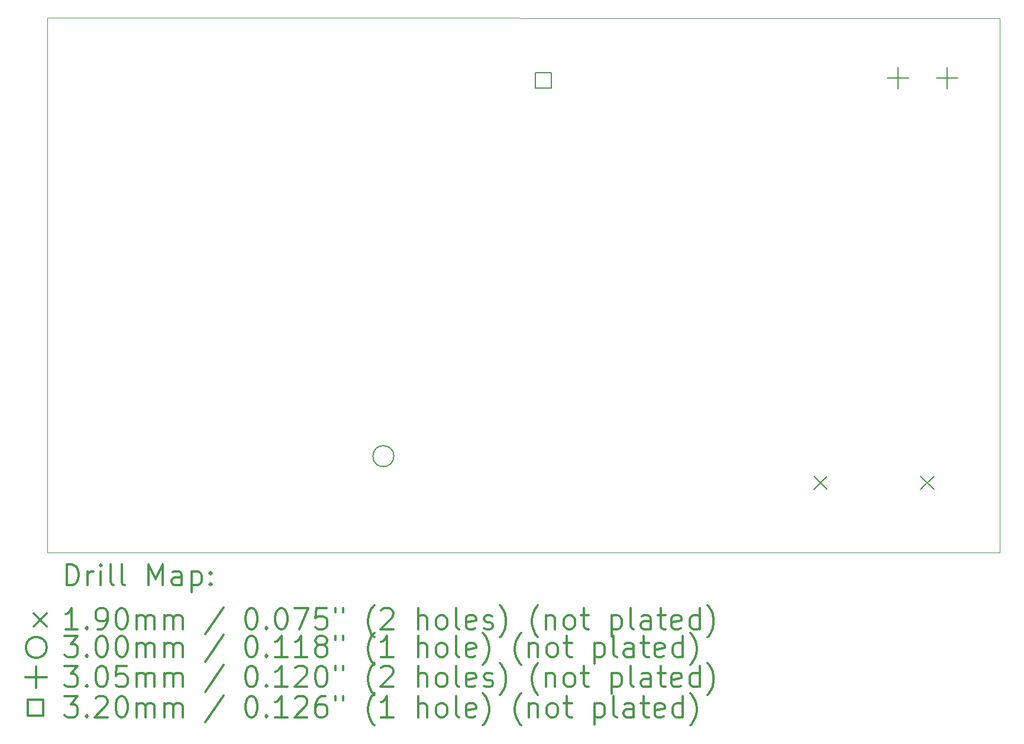
<source format=gbr>
%FSLAX45Y45*%
G04 Gerber Fmt 4.5, Leading zero omitted, Abs format (unit mm)*
G04 Created by KiCad (PCBNEW (5.1.2)-1) date 2021-03-19 08:48:15*
%MOMM*%
%LPD*%
G04 APERTURE LIST*
%ADD10C,0.100000*%
%ADD11C,0.200000*%
%ADD12C,0.300000*%
G04 APERTURE END LIST*
D10*
X20328740Y-4305260D02*
X6697740Y-4297260D01*
X20328740Y-11955260D02*
X20328740Y-4305260D01*
X6697740Y-11955260D02*
X20328740Y-11955260D01*
X6697740Y-4297260D02*
X6697740Y-11955260D01*
D11*
X17670300Y-10864600D02*
X17860300Y-11054600D01*
X17860300Y-10864600D02*
X17670300Y-11054600D01*
X19198300Y-10864600D02*
X19388300Y-11054600D01*
X19388300Y-10864600D02*
X19198300Y-11054600D01*
X11660740Y-10575760D02*
G75*
G03X11660740Y-10575760I-150000J0D01*
G01*
X18877800Y-5002500D02*
X18877800Y-5307500D01*
X18725300Y-5155000D02*
X19030300Y-5155000D01*
X19577800Y-5002500D02*
X19577800Y-5307500D01*
X19425300Y-5155000D02*
X19730300Y-5155000D01*
X13913678Y-5305798D02*
X13913678Y-5079522D01*
X13687402Y-5079522D01*
X13687402Y-5305798D01*
X13913678Y-5305798D01*
D12*
X6979168Y-12425974D02*
X6979168Y-12125974D01*
X7050597Y-12125974D01*
X7093454Y-12140260D01*
X7122026Y-12168831D01*
X7136311Y-12197403D01*
X7150597Y-12254546D01*
X7150597Y-12297403D01*
X7136311Y-12354546D01*
X7122026Y-12383117D01*
X7093454Y-12411689D01*
X7050597Y-12425974D01*
X6979168Y-12425974D01*
X7279168Y-12425974D02*
X7279168Y-12225974D01*
X7279168Y-12283117D02*
X7293454Y-12254546D01*
X7307740Y-12240260D01*
X7336311Y-12225974D01*
X7364883Y-12225974D01*
X7464883Y-12425974D02*
X7464883Y-12225974D01*
X7464883Y-12125974D02*
X7450597Y-12140260D01*
X7464883Y-12154546D01*
X7479168Y-12140260D01*
X7464883Y-12125974D01*
X7464883Y-12154546D01*
X7650597Y-12425974D02*
X7622026Y-12411689D01*
X7607740Y-12383117D01*
X7607740Y-12125974D01*
X7807740Y-12425974D02*
X7779168Y-12411689D01*
X7764883Y-12383117D01*
X7764883Y-12125974D01*
X8150597Y-12425974D02*
X8150597Y-12125974D01*
X8250597Y-12340260D01*
X8350597Y-12125974D01*
X8350597Y-12425974D01*
X8622026Y-12425974D02*
X8622026Y-12268831D01*
X8607740Y-12240260D01*
X8579168Y-12225974D01*
X8522026Y-12225974D01*
X8493454Y-12240260D01*
X8622026Y-12411689D02*
X8593454Y-12425974D01*
X8522026Y-12425974D01*
X8493454Y-12411689D01*
X8479168Y-12383117D01*
X8479168Y-12354546D01*
X8493454Y-12325974D01*
X8522026Y-12311689D01*
X8593454Y-12311689D01*
X8622026Y-12297403D01*
X8764883Y-12225974D02*
X8764883Y-12525974D01*
X8764883Y-12240260D02*
X8793454Y-12225974D01*
X8850597Y-12225974D01*
X8879168Y-12240260D01*
X8893454Y-12254546D01*
X8907740Y-12283117D01*
X8907740Y-12368831D01*
X8893454Y-12397403D01*
X8879168Y-12411689D01*
X8850597Y-12425974D01*
X8793454Y-12425974D01*
X8764883Y-12411689D01*
X9036311Y-12397403D02*
X9050597Y-12411689D01*
X9036311Y-12425974D01*
X9022026Y-12411689D01*
X9036311Y-12397403D01*
X9036311Y-12425974D01*
X9036311Y-12240260D02*
X9050597Y-12254546D01*
X9036311Y-12268831D01*
X9022026Y-12254546D01*
X9036311Y-12240260D01*
X9036311Y-12268831D01*
X6502740Y-12825260D02*
X6692740Y-13015260D01*
X6692740Y-12825260D02*
X6502740Y-13015260D01*
X7136311Y-13055974D02*
X6964883Y-13055974D01*
X7050597Y-13055974D02*
X7050597Y-12755974D01*
X7022026Y-12798831D01*
X6993454Y-12827403D01*
X6964883Y-12841689D01*
X7264883Y-13027403D02*
X7279168Y-13041689D01*
X7264883Y-13055974D01*
X7250597Y-13041689D01*
X7264883Y-13027403D01*
X7264883Y-13055974D01*
X7422026Y-13055974D02*
X7479168Y-13055974D01*
X7507740Y-13041689D01*
X7522026Y-13027403D01*
X7550597Y-12984546D01*
X7564883Y-12927403D01*
X7564883Y-12813117D01*
X7550597Y-12784546D01*
X7536311Y-12770260D01*
X7507740Y-12755974D01*
X7450597Y-12755974D01*
X7422026Y-12770260D01*
X7407740Y-12784546D01*
X7393454Y-12813117D01*
X7393454Y-12884546D01*
X7407740Y-12913117D01*
X7422026Y-12927403D01*
X7450597Y-12941689D01*
X7507740Y-12941689D01*
X7536311Y-12927403D01*
X7550597Y-12913117D01*
X7564883Y-12884546D01*
X7750597Y-12755974D02*
X7779168Y-12755974D01*
X7807740Y-12770260D01*
X7822026Y-12784546D01*
X7836311Y-12813117D01*
X7850597Y-12870260D01*
X7850597Y-12941689D01*
X7836311Y-12998831D01*
X7822026Y-13027403D01*
X7807740Y-13041689D01*
X7779168Y-13055974D01*
X7750597Y-13055974D01*
X7722026Y-13041689D01*
X7707740Y-13027403D01*
X7693454Y-12998831D01*
X7679168Y-12941689D01*
X7679168Y-12870260D01*
X7693454Y-12813117D01*
X7707740Y-12784546D01*
X7722026Y-12770260D01*
X7750597Y-12755974D01*
X7979168Y-13055974D02*
X7979168Y-12855974D01*
X7979168Y-12884546D02*
X7993454Y-12870260D01*
X8022026Y-12855974D01*
X8064883Y-12855974D01*
X8093454Y-12870260D01*
X8107740Y-12898831D01*
X8107740Y-13055974D01*
X8107740Y-12898831D02*
X8122026Y-12870260D01*
X8150597Y-12855974D01*
X8193454Y-12855974D01*
X8222026Y-12870260D01*
X8236311Y-12898831D01*
X8236311Y-13055974D01*
X8379168Y-13055974D02*
X8379168Y-12855974D01*
X8379168Y-12884546D02*
X8393454Y-12870260D01*
X8422026Y-12855974D01*
X8464883Y-12855974D01*
X8493454Y-12870260D01*
X8507740Y-12898831D01*
X8507740Y-13055974D01*
X8507740Y-12898831D02*
X8522026Y-12870260D01*
X8550597Y-12855974D01*
X8593454Y-12855974D01*
X8622026Y-12870260D01*
X8636311Y-12898831D01*
X8636311Y-13055974D01*
X9222026Y-12741689D02*
X8964883Y-13127403D01*
X9607740Y-12755974D02*
X9636311Y-12755974D01*
X9664883Y-12770260D01*
X9679168Y-12784546D01*
X9693454Y-12813117D01*
X9707740Y-12870260D01*
X9707740Y-12941689D01*
X9693454Y-12998831D01*
X9679168Y-13027403D01*
X9664883Y-13041689D01*
X9636311Y-13055974D01*
X9607740Y-13055974D01*
X9579168Y-13041689D01*
X9564883Y-13027403D01*
X9550597Y-12998831D01*
X9536311Y-12941689D01*
X9536311Y-12870260D01*
X9550597Y-12813117D01*
X9564883Y-12784546D01*
X9579168Y-12770260D01*
X9607740Y-12755974D01*
X9836311Y-13027403D02*
X9850597Y-13041689D01*
X9836311Y-13055974D01*
X9822026Y-13041689D01*
X9836311Y-13027403D01*
X9836311Y-13055974D01*
X10036311Y-12755974D02*
X10064883Y-12755974D01*
X10093454Y-12770260D01*
X10107740Y-12784546D01*
X10122026Y-12813117D01*
X10136311Y-12870260D01*
X10136311Y-12941689D01*
X10122026Y-12998831D01*
X10107740Y-13027403D01*
X10093454Y-13041689D01*
X10064883Y-13055974D01*
X10036311Y-13055974D01*
X10007740Y-13041689D01*
X9993454Y-13027403D01*
X9979168Y-12998831D01*
X9964883Y-12941689D01*
X9964883Y-12870260D01*
X9979168Y-12813117D01*
X9993454Y-12784546D01*
X10007740Y-12770260D01*
X10036311Y-12755974D01*
X10236311Y-12755974D02*
X10436311Y-12755974D01*
X10307740Y-13055974D01*
X10693454Y-12755974D02*
X10550597Y-12755974D01*
X10536311Y-12898831D01*
X10550597Y-12884546D01*
X10579168Y-12870260D01*
X10650597Y-12870260D01*
X10679168Y-12884546D01*
X10693454Y-12898831D01*
X10707740Y-12927403D01*
X10707740Y-12998831D01*
X10693454Y-13027403D01*
X10679168Y-13041689D01*
X10650597Y-13055974D01*
X10579168Y-13055974D01*
X10550597Y-13041689D01*
X10536311Y-13027403D01*
X10822026Y-12755974D02*
X10822026Y-12813117D01*
X10936311Y-12755974D02*
X10936311Y-12813117D01*
X11379168Y-13170260D02*
X11364883Y-13155974D01*
X11336311Y-13113117D01*
X11322026Y-13084546D01*
X11307740Y-13041689D01*
X11293454Y-12970260D01*
X11293454Y-12913117D01*
X11307740Y-12841689D01*
X11322026Y-12798831D01*
X11336311Y-12770260D01*
X11364883Y-12727403D01*
X11379168Y-12713117D01*
X11479168Y-12784546D02*
X11493454Y-12770260D01*
X11522026Y-12755974D01*
X11593454Y-12755974D01*
X11622026Y-12770260D01*
X11636311Y-12784546D01*
X11650597Y-12813117D01*
X11650597Y-12841689D01*
X11636311Y-12884546D01*
X11464883Y-13055974D01*
X11650597Y-13055974D01*
X12007740Y-13055974D02*
X12007740Y-12755974D01*
X12136311Y-13055974D02*
X12136311Y-12898831D01*
X12122026Y-12870260D01*
X12093454Y-12855974D01*
X12050597Y-12855974D01*
X12022026Y-12870260D01*
X12007740Y-12884546D01*
X12322026Y-13055974D02*
X12293454Y-13041689D01*
X12279168Y-13027403D01*
X12264883Y-12998831D01*
X12264883Y-12913117D01*
X12279168Y-12884546D01*
X12293454Y-12870260D01*
X12322026Y-12855974D01*
X12364883Y-12855974D01*
X12393454Y-12870260D01*
X12407740Y-12884546D01*
X12422026Y-12913117D01*
X12422026Y-12998831D01*
X12407740Y-13027403D01*
X12393454Y-13041689D01*
X12364883Y-13055974D01*
X12322026Y-13055974D01*
X12593454Y-13055974D02*
X12564883Y-13041689D01*
X12550597Y-13013117D01*
X12550597Y-12755974D01*
X12822026Y-13041689D02*
X12793454Y-13055974D01*
X12736311Y-13055974D01*
X12707740Y-13041689D01*
X12693454Y-13013117D01*
X12693454Y-12898831D01*
X12707740Y-12870260D01*
X12736311Y-12855974D01*
X12793454Y-12855974D01*
X12822026Y-12870260D01*
X12836311Y-12898831D01*
X12836311Y-12927403D01*
X12693454Y-12955974D01*
X12950597Y-13041689D02*
X12979168Y-13055974D01*
X13036311Y-13055974D01*
X13064883Y-13041689D01*
X13079168Y-13013117D01*
X13079168Y-12998831D01*
X13064883Y-12970260D01*
X13036311Y-12955974D01*
X12993454Y-12955974D01*
X12964883Y-12941689D01*
X12950597Y-12913117D01*
X12950597Y-12898831D01*
X12964883Y-12870260D01*
X12993454Y-12855974D01*
X13036311Y-12855974D01*
X13064883Y-12870260D01*
X13179168Y-13170260D02*
X13193454Y-13155974D01*
X13222026Y-13113117D01*
X13236311Y-13084546D01*
X13250597Y-13041689D01*
X13264883Y-12970260D01*
X13264883Y-12913117D01*
X13250597Y-12841689D01*
X13236311Y-12798831D01*
X13222026Y-12770260D01*
X13193454Y-12727403D01*
X13179168Y-12713117D01*
X13722026Y-13170260D02*
X13707740Y-13155974D01*
X13679168Y-13113117D01*
X13664883Y-13084546D01*
X13650597Y-13041689D01*
X13636311Y-12970260D01*
X13636311Y-12913117D01*
X13650597Y-12841689D01*
X13664883Y-12798831D01*
X13679168Y-12770260D01*
X13707740Y-12727403D01*
X13722026Y-12713117D01*
X13836311Y-12855974D02*
X13836311Y-13055974D01*
X13836311Y-12884546D02*
X13850597Y-12870260D01*
X13879168Y-12855974D01*
X13922026Y-12855974D01*
X13950597Y-12870260D01*
X13964883Y-12898831D01*
X13964883Y-13055974D01*
X14150597Y-13055974D02*
X14122026Y-13041689D01*
X14107740Y-13027403D01*
X14093454Y-12998831D01*
X14093454Y-12913117D01*
X14107740Y-12884546D01*
X14122026Y-12870260D01*
X14150597Y-12855974D01*
X14193454Y-12855974D01*
X14222026Y-12870260D01*
X14236311Y-12884546D01*
X14250597Y-12913117D01*
X14250597Y-12998831D01*
X14236311Y-13027403D01*
X14222026Y-13041689D01*
X14193454Y-13055974D01*
X14150597Y-13055974D01*
X14336311Y-12855974D02*
X14450597Y-12855974D01*
X14379168Y-12755974D02*
X14379168Y-13013117D01*
X14393454Y-13041689D01*
X14422026Y-13055974D01*
X14450597Y-13055974D01*
X14779168Y-12855974D02*
X14779168Y-13155974D01*
X14779168Y-12870260D02*
X14807740Y-12855974D01*
X14864883Y-12855974D01*
X14893454Y-12870260D01*
X14907740Y-12884546D01*
X14922026Y-12913117D01*
X14922026Y-12998831D01*
X14907740Y-13027403D01*
X14893454Y-13041689D01*
X14864883Y-13055974D01*
X14807740Y-13055974D01*
X14779168Y-13041689D01*
X15093454Y-13055974D02*
X15064883Y-13041689D01*
X15050597Y-13013117D01*
X15050597Y-12755974D01*
X15336311Y-13055974D02*
X15336311Y-12898831D01*
X15322026Y-12870260D01*
X15293454Y-12855974D01*
X15236311Y-12855974D01*
X15207740Y-12870260D01*
X15336311Y-13041689D02*
X15307740Y-13055974D01*
X15236311Y-13055974D01*
X15207740Y-13041689D01*
X15193454Y-13013117D01*
X15193454Y-12984546D01*
X15207740Y-12955974D01*
X15236311Y-12941689D01*
X15307740Y-12941689D01*
X15336311Y-12927403D01*
X15436311Y-12855974D02*
X15550597Y-12855974D01*
X15479168Y-12755974D02*
X15479168Y-13013117D01*
X15493454Y-13041689D01*
X15522026Y-13055974D01*
X15550597Y-13055974D01*
X15764883Y-13041689D02*
X15736311Y-13055974D01*
X15679168Y-13055974D01*
X15650597Y-13041689D01*
X15636311Y-13013117D01*
X15636311Y-12898831D01*
X15650597Y-12870260D01*
X15679168Y-12855974D01*
X15736311Y-12855974D01*
X15764883Y-12870260D01*
X15779168Y-12898831D01*
X15779168Y-12927403D01*
X15636311Y-12955974D01*
X16036311Y-13055974D02*
X16036311Y-12755974D01*
X16036311Y-13041689D02*
X16007740Y-13055974D01*
X15950597Y-13055974D01*
X15922026Y-13041689D01*
X15907740Y-13027403D01*
X15893454Y-12998831D01*
X15893454Y-12913117D01*
X15907740Y-12884546D01*
X15922026Y-12870260D01*
X15950597Y-12855974D01*
X16007740Y-12855974D01*
X16036311Y-12870260D01*
X16150597Y-13170260D02*
X16164883Y-13155974D01*
X16193454Y-13113117D01*
X16207740Y-13084546D01*
X16222026Y-13041689D01*
X16236311Y-12970260D01*
X16236311Y-12913117D01*
X16222026Y-12841689D01*
X16207740Y-12798831D01*
X16193454Y-12770260D01*
X16164883Y-12727403D01*
X16150597Y-12713117D01*
X6692740Y-13316260D02*
G75*
G03X6692740Y-13316260I-150000J0D01*
G01*
X6950597Y-13151974D02*
X7136311Y-13151974D01*
X7036311Y-13266260D01*
X7079168Y-13266260D01*
X7107740Y-13280546D01*
X7122026Y-13294831D01*
X7136311Y-13323403D01*
X7136311Y-13394831D01*
X7122026Y-13423403D01*
X7107740Y-13437689D01*
X7079168Y-13451974D01*
X6993454Y-13451974D01*
X6964883Y-13437689D01*
X6950597Y-13423403D01*
X7264883Y-13423403D02*
X7279168Y-13437689D01*
X7264883Y-13451974D01*
X7250597Y-13437689D01*
X7264883Y-13423403D01*
X7264883Y-13451974D01*
X7464883Y-13151974D02*
X7493454Y-13151974D01*
X7522026Y-13166260D01*
X7536311Y-13180546D01*
X7550597Y-13209117D01*
X7564883Y-13266260D01*
X7564883Y-13337689D01*
X7550597Y-13394831D01*
X7536311Y-13423403D01*
X7522026Y-13437689D01*
X7493454Y-13451974D01*
X7464883Y-13451974D01*
X7436311Y-13437689D01*
X7422026Y-13423403D01*
X7407740Y-13394831D01*
X7393454Y-13337689D01*
X7393454Y-13266260D01*
X7407740Y-13209117D01*
X7422026Y-13180546D01*
X7436311Y-13166260D01*
X7464883Y-13151974D01*
X7750597Y-13151974D02*
X7779168Y-13151974D01*
X7807740Y-13166260D01*
X7822026Y-13180546D01*
X7836311Y-13209117D01*
X7850597Y-13266260D01*
X7850597Y-13337689D01*
X7836311Y-13394831D01*
X7822026Y-13423403D01*
X7807740Y-13437689D01*
X7779168Y-13451974D01*
X7750597Y-13451974D01*
X7722026Y-13437689D01*
X7707740Y-13423403D01*
X7693454Y-13394831D01*
X7679168Y-13337689D01*
X7679168Y-13266260D01*
X7693454Y-13209117D01*
X7707740Y-13180546D01*
X7722026Y-13166260D01*
X7750597Y-13151974D01*
X7979168Y-13451974D02*
X7979168Y-13251974D01*
X7979168Y-13280546D02*
X7993454Y-13266260D01*
X8022026Y-13251974D01*
X8064883Y-13251974D01*
X8093454Y-13266260D01*
X8107740Y-13294831D01*
X8107740Y-13451974D01*
X8107740Y-13294831D02*
X8122026Y-13266260D01*
X8150597Y-13251974D01*
X8193454Y-13251974D01*
X8222026Y-13266260D01*
X8236311Y-13294831D01*
X8236311Y-13451974D01*
X8379168Y-13451974D02*
X8379168Y-13251974D01*
X8379168Y-13280546D02*
X8393454Y-13266260D01*
X8422026Y-13251974D01*
X8464883Y-13251974D01*
X8493454Y-13266260D01*
X8507740Y-13294831D01*
X8507740Y-13451974D01*
X8507740Y-13294831D02*
X8522026Y-13266260D01*
X8550597Y-13251974D01*
X8593454Y-13251974D01*
X8622026Y-13266260D01*
X8636311Y-13294831D01*
X8636311Y-13451974D01*
X9222026Y-13137689D02*
X8964883Y-13523403D01*
X9607740Y-13151974D02*
X9636311Y-13151974D01*
X9664883Y-13166260D01*
X9679168Y-13180546D01*
X9693454Y-13209117D01*
X9707740Y-13266260D01*
X9707740Y-13337689D01*
X9693454Y-13394831D01*
X9679168Y-13423403D01*
X9664883Y-13437689D01*
X9636311Y-13451974D01*
X9607740Y-13451974D01*
X9579168Y-13437689D01*
X9564883Y-13423403D01*
X9550597Y-13394831D01*
X9536311Y-13337689D01*
X9536311Y-13266260D01*
X9550597Y-13209117D01*
X9564883Y-13180546D01*
X9579168Y-13166260D01*
X9607740Y-13151974D01*
X9836311Y-13423403D02*
X9850597Y-13437689D01*
X9836311Y-13451974D01*
X9822026Y-13437689D01*
X9836311Y-13423403D01*
X9836311Y-13451974D01*
X10136311Y-13451974D02*
X9964883Y-13451974D01*
X10050597Y-13451974D02*
X10050597Y-13151974D01*
X10022026Y-13194831D01*
X9993454Y-13223403D01*
X9964883Y-13237689D01*
X10422026Y-13451974D02*
X10250597Y-13451974D01*
X10336311Y-13451974D02*
X10336311Y-13151974D01*
X10307740Y-13194831D01*
X10279168Y-13223403D01*
X10250597Y-13237689D01*
X10593454Y-13280546D02*
X10564883Y-13266260D01*
X10550597Y-13251974D01*
X10536311Y-13223403D01*
X10536311Y-13209117D01*
X10550597Y-13180546D01*
X10564883Y-13166260D01*
X10593454Y-13151974D01*
X10650597Y-13151974D01*
X10679168Y-13166260D01*
X10693454Y-13180546D01*
X10707740Y-13209117D01*
X10707740Y-13223403D01*
X10693454Y-13251974D01*
X10679168Y-13266260D01*
X10650597Y-13280546D01*
X10593454Y-13280546D01*
X10564883Y-13294831D01*
X10550597Y-13309117D01*
X10536311Y-13337689D01*
X10536311Y-13394831D01*
X10550597Y-13423403D01*
X10564883Y-13437689D01*
X10593454Y-13451974D01*
X10650597Y-13451974D01*
X10679168Y-13437689D01*
X10693454Y-13423403D01*
X10707740Y-13394831D01*
X10707740Y-13337689D01*
X10693454Y-13309117D01*
X10679168Y-13294831D01*
X10650597Y-13280546D01*
X10822026Y-13151974D02*
X10822026Y-13209117D01*
X10936311Y-13151974D02*
X10936311Y-13209117D01*
X11379168Y-13566260D02*
X11364883Y-13551974D01*
X11336311Y-13509117D01*
X11322026Y-13480546D01*
X11307740Y-13437689D01*
X11293454Y-13366260D01*
X11293454Y-13309117D01*
X11307740Y-13237689D01*
X11322026Y-13194831D01*
X11336311Y-13166260D01*
X11364883Y-13123403D01*
X11379168Y-13109117D01*
X11650597Y-13451974D02*
X11479168Y-13451974D01*
X11564883Y-13451974D02*
X11564883Y-13151974D01*
X11536311Y-13194831D01*
X11507740Y-13223403D01*
X11479168Y-13237689D01*
X12007740Y-13451974D02*
X12007740Y-13151974D01*
X12136311Y-13451974D02*
X12136311Y-13294831D01*
X12122026Y-13266260D01*
X12093454Y-13251974D01*
X12050597Y-13251974D01*
X12022026Y-13266260D01*
X12007740Y-13280546D01*
X12322026Y-13451974D02*
X12293454Y-13437689D01*
X12279168Y-13423403D01*
X12264883Y-13394831D01*
X12264883Y-13309117D01*
X12279168Y-13280546D01*
X12293454Y-13266260D01*
X12322026Y-13251974D01*
X12364883Y-13251974D01*
X12393454Y-13266260D01*
X12407740Y-13280546D01*
X12422026Y-13309117D01*
X12422026Y-13394831D01*
X12407740Y-13423403D01*
X12393454Y-13437689D01*
X12364883Y-13451974D01*
X12322026Y-13451974D01*
X12593454Y-13451974D02*
X12564883Y-13437689D01*
X12550597Y-13409117D01*
X12550597Y-13151974D01*
X12822026Y-13437689D02*
X12793454Y-13451974D01*
X12736311Y-13451974D01*
X12707740Y-13437689D01*
X12693454Y-13409117D01*
X12693454Y-13294831D01*
X12707740Y-13266260D01*
X12736311Y-13251974D01*
X12793454Y-13251974D01*
X12822026Y-13266260D01*
X12836311Y-13294831D01*
X12836311Y-13323403D01*
X12693454Y-13351974D01*
X12936311Y-13566260D02*
X12950597Y-13551974D01*
X12979168Y-13509117D01*
X12993454Y-13480546D01*
X13007740Y-13437689D01*
X13022026Y-13366260D01*
X13022026Y-13309117D01*
X13007740Y-13237689D01*
X12993454Y-13194831D01*
X12979168Y-13166260D01*
X12950597Y-13123403D01*
X12936311Y-13109117D01*
X13479168Y-13566260D02*
X13464883Y-13551974D01*
X13436311Y-13509117D01*
X13422026Y-13480546D01*
X13407740Y-13437689D01*
X13393454Y-13366260D01*
X13393454Y-13309117D01*
X13407740Y-13237689D01*
X13422026Y-13194831D01*
X13436311Y-13166260D01*
X13464883Y-13123403D01*
X13479168Y-13109117D01*
X13593454Y-13251974D02*
X13593454Y-13451974D01*
X13593454Y-13280546D02*
X13607740Y-13266260D01*
X13636311Y-13251974D01*
X13679168Y-13251974D01*
X13707740Y-13266260D01*
X13722026Y-13294831D01*
X13722026Y-13451974D01*
X13907740Y-13451974D02*
X13879168Y-13437689D01*
X13864883Y-13423403D01*
X13850597Y-13394831D01*
X13850597Y-13309117D01*
X13864883Y-13280546D01*
X13879168Y-13266260D01*
X13907740Y-13251974D01*
X13950597Y-13251974D01*
X13979168Y-13266260D01*
X13993454Y-13280546D01*
X14007740Y-13309117D01*
X14007740Y-13394831D01*
X13993454Y-13423403D01*
X13979168Y-13437689D01*
X13950597Y-13451974D01*
X13907740Y-13451974D01*
X14093454Y-13251974D02*
X14207740Y-13251974D01*
X14136311Y-13151974D02*
X14136311Y-13409117D01*
X14150597Y-13437689D01*
X14179168Y-13451974D01*
X14207740Y-13451974D01*
X14536311Y-13251974D02*
X14536311Y-13551974D01*
X14536311Y-13266260D02*
X14564883Y-13251974D01*
X14622026Y-13251974D01*
X14650597Y-13266260D01*
X14664883Y-13280546D01*
X14679168Y-13309117D01*
X14679168Y-13394831D01*
X14664883Y-13423403D01*
X14650597Y-13437689D01*
X14622026Y-13451974D01*
X14564883Y-13451974D01*
X14536311Y-13437689D01*
X14850597Y-13451974D02*
X14822026Y-13437689D01*
X14807740Y-13409117D01*
X14807740Y-13151974D01*
X15093454Y-13451974D02*
X15093454Y-13294831D01*
X15079168Y-13266260D01*
X15050597Y-13251974D01*
X14993454Y-13251974D01*
X14964883Y-13266260D01*
X15093454Y-13437689D02*
X15064883Y-13451974D01*
X14993454Y-13451974D01*
X14964883Y-13437689D01*
X14950597Y-13409117D01*
X14950597Y-13380546D01*
X14964883Y-13351974D01*
X14993454Y-13337689D01*
X15064883Y-13337689D01*
X15093454Y-13323403D01*
X15193454Y-13251974D02*
X15307740Y-13251974D01*
X15236311Y-13151974D02*
X15236311Y-13409117D01*
X15250597Y-13437689D01*
X15279168Y-13451974D01*
X15307740Y-13451974D01*
X15522026Y-13437689D02*
X15493454Y-13451974D01*
X15436311Y-13451974D01*
X15407740Y-13437689D01*
X15393454Y-13409117D01*
X15393454Y-13294831D01*
X15407740Y-13266260D01*
X15436311Y-13251974D01*
X15493454Y-13251974D01*
X15522026Y-13266260D01*
X15536311Y-13294831D01*
X15536311Y-13323403D01*
X15393454Y-13351974D01*
X15793454Y-13451974D02*
X15793454Y-13151974D01*
X15793454Y-13437689D02*
X15764883Y-13451974D01*
X15707740Y-13451974D01*
X15679168Y-13437689D01*
X15664883Y-13423403D01*
X15650597Y-13394831D01*
X15650597Y-13309117D01*
X15664883Y-13280546D01*
X15679168Y-13266260D01*
X15707740Y-13251974D01*
X15764883Y-13251974D01*
X15793454Y-13266260D01*
X15907740Y-13566260D02*
X15922026Y-13551974D01*
X15950597Y-13509117D01*
X15964883Y-13480546D01*
X15979168Y-13437689D01*
X15993454Y-13366260D01*
X15993454Y-13309117D01*
X15979168Y-13237689D01*
X15964883Y-13194831D01*
X15950597Y-13166260D01*
X15922026Y-13123403D01*
X15907740Y-13109117D01*
X6540240Y-13593760D02*
X6540240Y-13898760D01*
X6387740Y-13746260D02*
X6692740Y-13746260D01*
X6950597Y-13581974D02*
X7136311Y-13581974D01*
X7036311Y-13696260D01*
X7079168Y-13696260D01*
X7107740Y-13710546D01*
X7122026Y-13724831D01*
X7136311Y-13753403D01*
X7136311Y-13824831D01*
X7122026Y-13853403D01*
X7107740Y-13867689D01*
X7079168Y-13881974D01*
X6993454Y-13881974D01*
X6964883Y-13867689D01*
X6950597Y-13853403D01*
X7264883Y-13853403D02*
X7279168Y-13867689D01*
X7264883Y-13881974D01*
X7250597Y-13867689D01*
X7264883Y-13853403D01*
X7264883Y-13881974D01*
X7464883Y-13581974D02*
X7493454Y-13581974D01*
X7522026Y-13596260D01*
X7536311Y-13610546D01*
X7550597Y-13639117D01*
X7564883Y-13696260D01*
X7564883Y-13767689D01*
X7550597Y-13824831D01*
X7536311Y-13853403D01*
X7522026Y-13867689D01*
X7493454Y-13881974D01*
X7464883Y-13881974D01*
X7436311Y-13867689D01*
X7422026Y-13853403D01*
X7407740Y-13824831D01*
X7393454Y-13767689D01*
X7393454Y-13696260D01*
X7407740Y-13639117D01*
X7422026Y-13610546D01*
X7436311Y-13596260D01*
X7464883Y-13581974D01*
X7836311Y-13581974D02*
X7693454Y-13581974D01*
X7679168Y-13724831D01*
X7693454Y-13710546D01*
X7722026Y-13696260D01*
X7793454Y-13696260D01*
X7822026Y-13710546D01*
X7836311Y-13724831D01*
X7850597Y-13753403D01*
X7850597Y-13824831D01*
X7836311Y-13853403D01*
X7822026Y-13867689D01*
X7793454Y-13881974D01*
X7722026Y-13881974D01*
X7693454Y-13867689D01*
X7679168Y-13853403D01*
X7979168Y-13881974D02*
X7979168Y-13681974D01*
X7979168Y-13710546D02*
X7993454Y-13696260D01*
X8022026Y-13681974D01*
X8064883Y-13681974D01*
X8093454Y-13696260D01*
X8107740Y-13724831D01*
X8107740Y-13881974D01*
X8107740Y-13724831D02*
X8122026Y-13696260D01*
X8150597Y-13681974D01*
X8193454Y-13681974D01*
X8222026Y-13696260D01*
X8236311Y-13724831D01*
X8236311Y-13881974D01*
X8379168Y-13881974D02*
X8379168Y-13681974D01*
X8379168Y-13710546D02*
X8393454Y-13696260D01*
X8422026Y-13681974D01*
X8464883Y-13681974D01*
X8493454Y-13696260D01*
X8507740Y-13724831D01*
X8507740Y-13881974D01*
X8507740Y-13724831D02*
X8522026Y-13696260D01*
X8550597Y-13681974D01*
X8593454Y-13681974D01*
X8622026Y-13696260D01*
X8636311Y-13724831D01*
X8636311Y-13881974D01*
X9222026Y-13567689D02*
X8964883Y-13953403D01*
X9607740Y-13581974D02*
X9636311Y-13581974D01*
X9664883Y-13596260D01*
X9679168Y-13610546D01*
X9693454Y-13639117D01*
X9707740Y-13696260D01*
X9707740Y-13767689D01*
X9693454Y-13824831D01*
X9679168Y-13853403D01*
X9664883Y-13867689D01*
X9636311Y-13881974D01*
X9607740Y-13881974D01*
X9579168Y-13867689D01*
X9564883Y-13853403D01*
X9550597Y-13824831D01*
X9536311Y-13767689D01*
X9536311Y-13696260D01*
X9550597Y-13639117D01*
X9564883Y-13610546D01*
X9579168Y-13596260D01*
X9607740Y-13581974D01*
X9836311Y-13853403D02*
X9850597Y-13867689D01*
X9836311Y-13881974D01*
X9822026Y-13867689D01*
X9836311Y-13853403D01*
X9836311Y-13881974D01*
X10136311Y-13881974D02*
X9964883Y-13881974D01*
X10050597Y-13881974D02*
X10050597Y-13581974D01*
X10022026Y-13624831D01*
X9993454Y-13653403D01*
X9964883Y-13667689D01*
X10250597Y-13610546D02*
X10264883Y-13596260D01*
X10293454Y-13581974D01*
X10364883Y-13581974D01*
X10393454Y-13596260D01*
X10407740Y-13610546D01*
X10422026Y-13639117D01*
X10422026Y-13667689D01*
X10407740Y-13710546D01*
X10236311Y-13881974D01*
X10422026Y-13881974D01*
X10607740Y-13581974D02*
X10636311Y-13581974D01*
X10664883Y-13596260D01*
X10679168Y-13610546D01*
X10693454Y-13639117D01*
X10707740Y-13696260D01*
X10707740Y-13767689D01*
X10693454Y-13824831D01*
X10679168Y-13853403D01*
X10664883Y-13867689D01*
X10636311Y-13881974D01*
X10607740Y-13881974D01*
X10579168Y-13867689D01*
X10564883Y-13853403D01*
X10550597Y-13824831D01*
X10536311Y-13767689D01*
X10536311Y-13696260D01*
X10550597Y-13639117D01*
X10564883Y-13610546D01*
X10579168Y-13596260D01*
X10607740Y-13581974D01*
X10822026Y-13581974D02*
X10822026Y-13639117D01*
X10936311Y-13581974D02*
X10936311Y-13639117D01*
X11379168Y-13996260D02*
X11364883Y-13981974D01*
X11336311Y-13939117D01*
X11322026Y-13910546D01*
X11307740Y-13867689D01*
X11293454Y-13796260D01*
X11293454Y-13739117D01*
X11307740Y-13667689D01*
X11322026Y-13624831D01*
X11336311Y-13596260D01*
X11364883Y-13553403D01*
X11379168Y-13539117D01*
X11479168Y-13610546D02*
X11493454Y-13596260D01*
X11522026Y-13581974D01*
X11593454Y-13581974D01*
X11622026Y-13596260D01*
X11636311Y-13610546D01*
X11650597Y-13639117D01*
X11650597Y-13667689D01*
X11636311Y-13710546D01*
X11464883Y-13881974D01*
X11650597Y-13881974D01*
X12007740Y-13881974D02*
X12007740Y-13581974D01*
X12136311Y-13881974D02*
X12136311Y-13724831D01*
X12122026Y-13696260D01*
X12093454Y-13681974D01*
X12050597Y-13681974D01*
X12022026Y-13696260D01*
X12007740Y-13710546D01*
X12322026Y-13881974D02*
X12293454Y-13867689D01*
X12279168Y-13853403D01*
X12264883Y-13824831D01*
X12264883Y-13739117D01*
X12279168Y-13710546D01*
X12293454Y-13696260D01*
X12322026Y-13681974D01*
X12364883Y-13681974D01*
X12393454Y-13696260D01*
X12407740Y-13710546D01*
X12422026Y-13739117D01*
X12422026Y-13824831D01*
X12407740Y-13853403D01*
X12393454Y-13867689D01*
X12364883Y-13881974D01*
X12322026Y-13881974D01*
X12593454Y-13881974D02*
X12564883Y-13867689D01*
X12550597Y-13839117D01*
X12550597Y-13581974D01*
X12822026Y-13867689D02*
X12793454Y-13881974D01*
X12736311Y-13881974D01*
X12707740Y-13867689D01*
X12693454Y-13839117D01*
X12693454Y-13724831D01*
X12707740Y-13696260D01*
X12736311Y-13681974D01*
X12793454Y-13681974D01*
X12822026Y-13696260D01*
X12836311Y-13724831D01*
X12836311Y-13753403D01*
X12693454Y-13781974D01*
X12950597Y-13867689D02*
X12979168Y-13881974D01*
X13036311Y-13881974D01*
X13064883Y-13867689D01*
X13079168Y-13839117D01*
X13079168Y-13824831D01*
X13064883Y-13796260D01*
X13036311Y-13781974D01*
X12993454Y-13781974D01*
X12964883Y-13767689D01*
X12950597Y-13739117D01*
X12950597Y-13724831D01*
X12964883Y-13696260D01*
X12993454Y-13681974D01*
X13036311Y-13681974D01*
X13064883Y-13696260D01*
X13179168Y-13996260D02*
X13193454Y-13981974D01*
X13222026Y-13939117D01*
X13236311Y-13910546D01*
X13250597Y-13867689D01*
X13264883Y-13796260D01*
X13264883Y-13739117D01*
X13250597Y-13667689D01*
X13236311Y-13624831D01*
X13222026Y-13596260D01*
X13193454Y-13553403D01*
X13179168Y-13539117D01*
X13722026Y-13996260D02*
X13707740Y-13981974D01*
X13679168Y-13939117D01*
X13664883Y-13910546D01*
X13650597Y-13867689D01*
X13636311Y-13796260D01*
X13636311Y-13739117D01*
X13650597Y-13667689D01*
X13664883Y-13624831D01*
X13679168Y-13596260D01*
X13707740Y-13553403D01*
X13722026Y-13539117D01*
X13836311Y-13681974D02*
X13836311Y-13881974D01*
X13836311Y-13710546D02*
X13850597Y-13696260D01*
X13879168Y-13681974D01*
X13922026Y-13681974D01*
X13950597Y-13696260D01*
X13964883Y-13724831D01*
X13964883Y-13881974D01*
X14150597Y-13881974D02*
X14122026Y-13867689D01*
X14107740Y-13853403D01*
X14093454Y-13824831D01*
X14093454Y-13739117D01*
X14107740Y-13710546D01*
X14122026Y-13696260D01*
X14150597Y-13681974D01*
X14193454Y-13681974D01*
X14222026Y-13696260D01*
X14236311Y-13710546D01*
X14250597Y-13739117D01*
X14250597Y-13824831D01*
X14236311Y-13853403D01*
X14222026Y-13867689D01*
X14193454Y-13881974D01*
X14150597Y-13881974D01*
X14336311Y-13681974D02*
X14450597Y-13681974D01*
X14379168Y-13581974D02*
X14379168Y-13839117D01*
X14393454Y-13867689D01*
X14422026Y-13881974D01*
X14450597Y-13881974D01*
X14779168Y-13681974D02*
X14779168Y-13981974D01*
X14779168Y-13696260D02*
X14807740Y-13681974D01*
X14864883Y-13681974D01*
X14893454Y-13696260D01*
X14907740Y-13710546D01*
X14922026Y-13739117D01*
X14922026Y-13824831D01*
X14907740Y-13853403D01*
X14893454Y-13867689D01*
X14864883Y-13881974D01*
X14807740Y-13881974D01*
X14779168Y-13867689D01*
X15093454Y-13881974D02*
X15064883Y-13867689D01*
X15050597Y-13839117D01*
X15050597Y-13581974D01*
X15336311Y-13881974D02*
X15336311Y-13724831D01*
X15322026Y-13696260D01*
X15293454Y-13681974D01*
X15236311Y-13681974D01*
X15207740Y-13696260D01*
X15336311Y-13867689D02*
X15307740Y-13881974D01*
X15236311Y-13881974D01*
X15207740Y-13867689D01*
X15193454Y-13839117D01*
X15193454Y-13810546D01*
X15207740Y-13781974D01*
X15236311Y-13767689D01*
X15307740Y-13767689D01*
X15336311Y-13753403D01*
X15436311Y-13681974D02*
X15550597Y-13681974D01*
X15479168Y-13581974D02*
X15479168Y-13839117D01*
X15493454Y-13867689D01*
X15522026Y-13881974D01*
X15550597Y-13881974D01*
X15764883Y-13867689D02*
X15736311Y-13881974D01*
X15679168Y-13881974D01*
X15650597Y-13867689D01*
X15636311Y-13839117D01*
X15636311Y-13724831D01*
X15650597Y-13696260D01*
X15679168Y-13681974D01*
X15736311Y-13681974D01*
X15764883Y-13696260D01*
X15779168Y-13724831D01*
X15779168Y-13753403D01*
X15636311Y-13781974D01*
X16036311Y-13881974D02*
X16036311Y-13581974D01*
X16036311Y-13867689D02*
X16007740Y-13881974D01*
X15950597Y-13881974D01*
X15922026Y-13867689D01*
X15907740Y-13853403D01*
X15893454Y-13824831D01*
X15893454Y-13739117D01*
X15907740Y-13710546D01*
X15922026Y-13696260D01*
X15950597Y-13681974D01*
X16007740Y-13681974D01*
X16036311Y-13696260D01*
X16150597Y-13996260D02*
X16164883Y-13981974D01*
X16193454Y-13939117D01*
X16207740Y-13910546D01*
X16222026Y-13867689D01*
X16236311Y-13796260D01*
X16236311Y-13739117D01*
X16222026Y-13667689D01*
X16207740Y-13624831D01*
X16193454Y-13596260D01*
X16164883Y-13553403D01*
X16150597Y-13539117D01*
X6645878Y-14294398D02*
X6645878Y-14068122D01*
X6419602Y-14068122D01*
X6419602Y-14294398D01*
X6645878Y-14294398D01*
X6950597Y-14016974D02*
X7136311Y-14016974D01*
X7036311Y-14131260D01*
X7079168Y-14131260D01*
X7107740Y-14145546D01*
X7122026Y-14159831D01*
X7136311Y-14188403D01*
X7136311Y-14259831D01*
X7122026Y-14288403D01*
X7107740Y-14302689D01*
X7079168Y-14316974D01*
X6993454Y-14316974D01*
X6964883Y-14302689D01*
X6950597Y-14288403D01*
X7264883Y-14288403D02*
X7279168Y-14302689D01*
X7264883Y-14316974D01*
X7250597Y-14302689D01*
X7264883Y-14288403D01*
X7264883Y-14316974D01*
X7393454Y-14045546D02*
X7407740Y-14031260D01*
X7436311Y-14016974D01*
X7507740Y-14016974D01*
X7536311Y-14031260D01*
X7550597Y-14045546D01*
X7564883Y-14074117D01*
X7564883Y-14102689D01*
X7550597Y-14145546D01*
X7379168Y-14316974D01*
X7564883Y-14316974D01*
X7750597Y-14016974D02*
X7779168Y-14016974D01*
X7807740Y-14031260D01*
X7822026Y-14045546D01*
X7836311Y-14074117D01*
X7850597Y-14131260D01*
X7850597Y-14202689D01*
X7836311Y-14259831D01*
X7822026Y-14288403D01*
X7807740Y-14302689D01*
X7779168Y-14316974D01*
X7750597Y-14316974D01*
X7722026Y-14302689D01*
X7707740Y-14288403D01*
X7693454Y-14259831D01*
X7679168Y-14202689D01*
X7679168Y-14131260D01*
X7693454Y-14074117D01*
X7707740Y-14045546D01*
X7722026Y-14031260D01*
X7750597Y-14016974D01*
X7979168Y-14316974D02*
X7979168Y-14116974D01*
X7979168Y-14145546D02*
X7993454Y-14131260D01*
X8022026Y-14116974D01*
X8064883Y-14116974D01*
X8093454Y-14131260D01*
X8107740Y-14159831D01*
X8107740Y-14316974D01*
X8107740Y-14159831D02*
X8122026Y-14131260D01*
X8150597Y-14116974D01*
X8193454Y-14116974D01*
X8222026Y-14131260D01*
X8236311Y-14159831D01*
X8236311Y-14316974D01*
X8379168Y-14316974D02*
X8379168Y-14116974D01*
X8379168Y-14145546D02*
X8393454Y-14131260D01*
X8422026Y-14116974D01*
X8464883Y-14116974D01*
X8493454Y-14131260D01*
X8507740Y-14159831D01*
X8507740Y-14316974D01*
X8507740Y-14159831D02*
X8522026Y-14131260D01*
X8550597Y-14116974D01*
X8593454Y-14116974D01*
X8622026Y-14131260D01*
X8636311Y-14159831D01*
X8636311Y-14316974D01*
X9222026Y-14002689D02*
X8964883Y-14388403D01*
X9607740Y-14016974D02*
X9636311Y-14016974D01*
X9664883Y-14031260D01*
X9679168Y-14045546D01*
X9693454Y-14074117D01*
X9707740Y-14131260D01*
X9707740Y-14202689D01*
X9693454Y-14259831D01*
X9679168Y-14288403D01*
X9664883Y-14302689D01*
X9636311Y-14316974D01*
X9607740Y-14316974D01*
X9579168Y-14302689D01*
X9564883Y-14288403D01*
X9550597Y-14259831D01*
X9536311Y-14202689D01*
X9536311Y-14131260D01*
X9550597Y-14074117D01*
X9564883Y-14045546D01*
X9579168Y-14031260D01*
X9607740Y-14016974D01*
X9836311Y-14288403D02*
X9850597Y-14302689D01*
X9836311Y-14316974D01*
X9822026Y-14302689D01*
X9836311Y-14288403D01*
X9836311Y-14316974D01*
X10136311Y-14316974D02*
X9964883Y-14316974D01*
X10050597Y-14316974D02*
X10050597Y-14016974D01*
X10022026Y-14059831D01*
X9993454Y-14088403D01*
X9964883Y-14102689D01*
X10250597Y-14045546D02*
X10264883Y-14031260D01*
X10293454Y-14016974D01*
X10364883Y-14016974D01*
X10393454Y-14031260D01*
X10407740Y-14045546D01*
X10422026Y-14074117D01*
X10422026Y-14102689D01*
X10407740Y-14145546D01*
X10236311Y-14316974D01*
X10422026Y-14316974D01*
X10679168Y-14016974D02*
X10622026Y-14016974D01*
X10593454Y-14031260D01*
X10579168Y-14045546D01*
X10550597Y-14088403D01*
X10536311Y-14145546D01*
X10536311Y-14259831D01*
X10550597Y-14288403D01*
X10564883Y-14302689D01*
X10593454Y-14316974D01*
X10650597Y-14316974D01*
X10679168Y-14302689D01*
X10693454Y-14288403D01*
X10707740Y-14259831D01*
X10707740Y-14188403D01*
X10693454Y-14159831D01*
X10679168Y-14145546D01*
X10650597Y-14131260D01*
X10593454Y-14131260D01*
X10564883Y-14145546D01*
X10550597Y-14159831D01*
X10536311Y-14188403D01*
X10822026Y-14016974D02*
X10822026Y-14074117D01*
X10936311Y-14016974D02*
X10936311Y-14074117D01*
X11379168Y-14431260D02*
X11364883Y-14416974D01*
X11336311Y-14374117D01*
X11322026Y-14345546D01*
X11307740Y-14302689D01*
X11293454Y-14231260D01*
X11293454Y-14174117D01*
X11307740Y-14102689D01*
X11322026Y-14059831D01*
X11336311Y-14031260D01*
X11364883Y-13988403D01*
X11379168Y-13974117D01*
X11650597Y-14316974D02*
X11479168Y-14316974D01*
X11564883Y-14316974D02*
X11564883Y-14016974D01*
X11536311Y-14059831D01*
X11507740Y-14088403D01*
X11479168Y-14102689D01*
X12007740Y-14316974D02*
X12007740Y-14016974D01*
X12136311Y-14316974D02*
X12136311Y-14159831D01*
X12122026Y-14131260D01*
X12093454Y-14116974D01*
X12050597Y-14116974D01*
X12022026Y-14131260D01*
X12007740Y-14145546D01*
X12322026Y-14316974D02*
X12293454Y-14302689D01*
X12279168Y-14288403D01*
X12264883Y-14259831D01*
X12264883Y-14174117D01*
X12279168Y-14145546D01*
X12293454Y-14131260D01*
X12322026Y-14116974D01*
X12364883Y-14116974D01*
X12393454Y-14131260D01*
X12407740Y-14145546D01*
X12422026Y-14174117D01*
X12422026Y-14259831D01*
X12407740Y-14288403D01*
X12393454Y-14302689D01*
X12364883Y-14316974D01*
X12322026Y-14316974D01*
X12593454Y-14316974D02*
X12564883Y-14302689D01*
X12550597Y-14274117D01*
X12550597Y-14016974D01*
X12822026Y-14302689D02*
X12793454Y-14316974D01*
X12736311Y-14316974D01*
X12707740Y-14302689D01*
X12693454Y-14274117D01*
X12693454Y-14159831D01*
X12707740Y-14131260D01*
X12736311Y-14116974D01*
X12793454Y-14116974D01*
X12822026Y-14131260D01*
X12836311Y-14159831D01*
X12836311Y-14188403D01*
X12693454Y-14216974D01*
X12936311Y-14431260D02*
X12950597Y-14416974D01*
X12979168Y-14374117D01*
X12993454Y-14345546D01*
X13007740Y-14302689D01*
X13022026Y-14231260D01*
X13022026Y-14174117D01*
X13007740Y-14102689D01*
X12993454Y-14059831D01*
X12979168Y-14031260D01*
X12950597Y-13988403D01*
X12936311Y-13974117D01*
X13479168Y-14431260D02*
X13464883Y-14416974D01*
X13436311Y-14374117D01*
X13422026Y-14345546D01*
X13407740Y-14302689D01*
X13393454Y-14231260D01*
X13393454Y-14174117D01*
X13407740Y-14102689D01*
X13422026Y-14059831D01*
X13436311Y-14031260D01*
X13464883Y-13988403D01*
X13479168Y-13974117D01*
X13593454Y-14116974D02*
X13593454Y-14316974D01*
X13593454Y-14145546D02*
X13607740Y-14131260D01*
X13636311Y-14116974D01*
X13679168Y-14116974D01*
X13707740Y-14131260D01*
X13722026Y-14159831D01*
X13722026Y-14316974D01*
X13907740Y-14316974D02*
X13879168Y-14302689D01*
X13864883Y-14288403D01*
X13850597Y-14259831D01*
X13850597Y-14174117D01*
X13864883Y-14145546D01*
X13879168Y-14131260D01*
X13907740Y-14116974D01*
X13950597Y-14116974D01*
X13979168Y-14131260D01*
X13993454Y-14145546D01*
X14007740Y-14174117D01*
X14007740Y-14259831D01*
X13993454Y-14288403D01*
X13979168Y-14302689D01*
X13950597Y-14316974D01*
X13907740Y-14316974D01*
X14093454Y-14116974D02*
X14207740Y-14116974D01*
X14136311Y-14016974D02*
X14136311Y-14274117D01*
X14150597Y-14302689D01*
X14179168Y-14316974D01*
X14207740Y-14316974D01*
X14536311Y-14116974D02*
X14536311Y-14416974D01*
X14536311Y-14131260D02*
X14564883Y-14116974D01*
X14622026Y-14116974D01*
X14650597Y-14131260D01*
X14664883Y-14145546D01*
X14679168Y-14174117D01*
X14679168Y-14259831D01*
X14664883Y-14288403D01*
X14650597Y-14302689D01*
X14622026Y-14316974D01*
X14564883Y-14316974D01*
X14536311Y-14302689D01*
X14850597Y-14316974D02*
X14822026Y-14302689D01*
X14807740Y-14274117D01*
X14807740Y-14016974D01*
X15093454Y-14316974D02*
X15093454Y-14159831D01*
X15079168Y-14131260D01*
X15050597Y-14116974D01*
X14993454Y-14116974D01*
X14964883Y-14131260D01*
X15093454Y-14302689D02*
X15064883Y-14316974D01*
X14993454Y-14316974D01*
X14964883Y-14302689D01*
X14950597Y-14274117D01*
X14950597Y-14245546D01*
X14964883Y-14216974D01*
X14993454Y-14202689D01*
X15064883Y-14202689D01*
X15093454Y-14188403D01*
X15193454Y-14116974D02*
X15307740Y-14116974D01*
X15236311Y-14016974D02*
X15236311Y-14274117D01*
X15250597Y-14302689D01*
X15279168Y-14316974D01*
X15307740Y-14316974D01*
X15522026Y-14302689D02*
X15493454Y-14316974D01*
X15436311Y-14316974D01*
X15407740Y-14302689D01*
X15393454Y-14274117D01*
X15393454Y-14159831D01*
X15407740Y-14131260D01*
X15436311Y-14116974D01*
X15493454Y-14116974D01*
X15522026Y-14131260D01*
X15536311Y-14159831D01*
X15536311Y-14188403D01*
X15393454Y-14216974D01*
X15793454Y-14316974D02*
X15793454Y-14016974D01*
X15793454Y-14302689D02*
X15764883Y-14316974D01*
X15707740Y-14316974D01*
X15679168Y-14302689D01*
X15664883Y-14288403D01*
X15650597Y-14259831D01*
X15650597Y-14174117D01*
X15664883Y-14145546D01*
X15679168Y-14131260D01*
X15707740Y-14116974D01*
X15764883Y-14116974D01*
X15793454Y-14131260D01*
X15907740Y-14431260D02*
X15922026Y-14416974D01*
X15950597Y-14374117D01*
X15964883Y-14345546D01*
X15979168Y-14302689D01*
X15993454Y-14231260D01*
X15993454Y-14174117D01*
X15979168Y-14102689D01*
X15964883Y-14059831D01*
X15950597Y-14031260D01*
X15922026Y-13988403D01*
X15907740Y-13974117D01*
M02*

</source>
